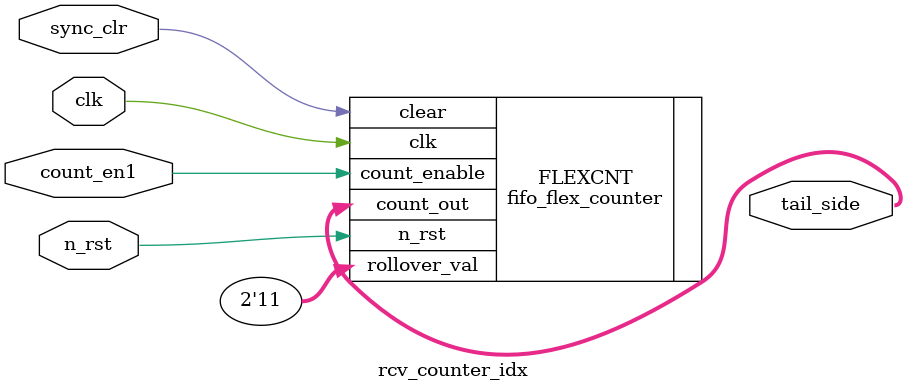
<source format=sv>
module rcv_counter_idx (
	input wire clk,
	input wire n_rst,
	input wire count_en1,
	input wire sync_clr,
	output reg [1:0] tail_side
);
	fifo_flex_counter #(.NUM_CNT_BITS(2)) FLEXCNT
	(
		.clk(clk),
		.n_rst(n_rst),
		.clear(sync_clr),
		.count_enable(count_en1),
		.rollover_val(2'b11),
		.count_out(tail_side)
	);
endmodule

</source>
